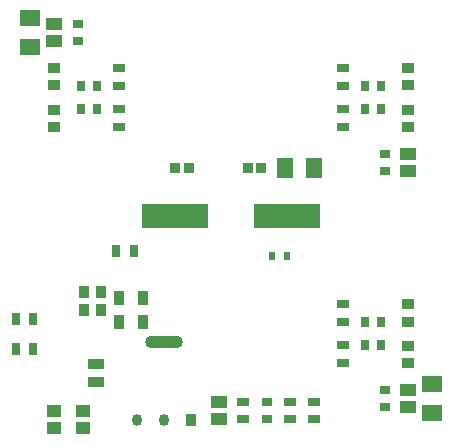
<source format=gbp>
G04*
G04 #@! TF.GenerationSoftware,Altium Limited,Altium Designer,21.0.9 (235)*
G04*
G04 Layer_Color=128*
%FSLAX25Y25*%
%MOIN*%
G70*
G04*
G04 #@! TF.SameCoordinates,0779874B-5586-4D04-955F-C3DAA35446A4*
G04*
G04*
G04 #@! TF.FilePolarity,Positive*
G04*
G01*
G75*
%ADD19R,0.03937X0.03150*%
%ADD24R,0.03150X0.03740*%
%ADD50R,0.03740X0.04134*%
%ADD51R,0.03347X0.03347*%
%ADD52R,0.05315X0.03740*%
%ADD53R,0.03150X0.03937*%
%ADD54R,0.02362X0.03150*%
%ADD55R,0.03765X0.04749*%
%ADD56R,0.07103X0.05328*%
%ADD57R,0.05315X0.04331*%
%ADD58R,0.03543X0.03150*%
%ADD59R,0.04134X0.03740*%
%ADD60R,0.05328X0.07103*%
%ADD61R,0.22047X0.08268*%
%ADD62R,0.05151X0.03960*%
G04:AMPARAMS|DCode=63|XSize=39.54mil|YSize=125.28mil|CornerRadius=17.2mil|HoleSize=0mil|Usage=FLASHONLY|Rotation=90.000|XOffset=0mil|YOffset=0mil|HoleType=Round|Shape=RoundedRectangle|*
%AMROUNDEDRECTD63*
21,1,0.03954,0.09088,0,0,90.0*
21,1,0.00514,0.12528,0,0,90.0*
1,1,0.03440,0.04544,0.00257*
1,1,0.03440,0.04544,-0.00257*
1,1,0.03440,-0.04544,-0.00257*
1,1,0.03440,-0.04544,0.00257*
%
%ADD63ROUNDEDRECTD63*%
G04:AMPARAMS|DCode=64|XSize=39.54mil|YSize=34.34mil|CornerRadius=17.17mil|HoleSize=0mil|Usage=FLASHONLY|Rotation=90.000|XOffset=0mil|YOffset=0mil|HoleType=Round|Shape=RoundedRectangle|*
%AMROUNDEDRECTD64*
21,1,0.03954,0.00000,0,0,90.0*
21,1,0.00520,0.03434,0,0,90.0*
1,1,0.03434,0.00000,0.00260*
1,1,0.03434,0.00000,-0.00260*
1,1,0.03434,0.00000,-0.00260*
1,1,0.03434,0.00000,0.00260*
%
%ADD64ROUNDEDRECTD64*%
%ADD65R,0.03434X0.03954*%
D19*
X98425Y10827D02*
D03*
Y16732D02*
D03*
X106299Y16732D02*
D03*
Y10827D02*
D03*
X41339Y108268D02*
D03*
Y114173D02*
D03*
Y127953D02*
D03*
Y122047D02*
D03*
X116142Y35433D02*
D03*
Y29528D02*
D03*
X116142Y43307D02*
D03*
Y49213D02*
D03*
Y122047D02*
D03*
Y127953D02*
D03*
Y114173D02*
D03*
Y108268D02*
D03*
X82677Y16732D02*
D03*
Y10827D02*
D03*
D24*
X34154Y122047D02*
D03*
X28839D02*
D03*
X34154Y114173D02*
D03*
X28839D02*
D03*
X128642Y35433D02*
D03*
X123327D02*
D03*
X128642Y43307D02*
D03*
X123327D02*
D03*
X128642Y122047D02*
D03*
X123327D02*
D03*
X128642Y114173D02*
D03*
X123327D02*
D03*
D50*
X35531Y53150D02*
D03*
X29823D02*
D03*
X35531Y47244D02*
D03*
X29823D02*
D03*
D51*
X84350Y94488D02*
D03*
X88878D02*
D03*
X64567D02*
D03*
X60039D02*
D03*
D52*
X33661Y29134D02*
D03*
Y23228D02*
D03*
D53*
X12795Y44390D02*
D03*
X6890D02*
D03*
X12795Y34350D02*
D03*
X6890D02*
D03*
X46260Y66929D02*
D03*
X40354D02*
D03*
D54*
X92323Y65236D02*
D03*
X97441D02*
D03*
D55*
X49311Y51181D02*
D03*
X41240D02*
D03*
X49311Y43307D02*
D03*
X41240D02*
D03*
D56*
X11811Y134939D02*
D03*
Y144588D02*
D03*
X145669Y22541D02*
D03*
Y12892D02*
D03*
D57*
X19685Y142520D02*
D03*
Y137008D02*
D03*
X137795Y93701D02*
D03*
Y99213D02*
D03*
Y14961D02*
D03*
Y20472D02*
D03*
X74803Y11024D02*
D03*
Y16535D02*
D03*
D58*
X27559Y136811D02*
D03*
Y142717D02*
D03*
X129921Y99410D02*
D03*
Y93504D02*
D03*
X129921Y20669D02*
D03*
Y14764D02*
D03*
X90551Y10827D02*
D03*
Y16732D02*
D03*
D59*
X19685Y114075D02*
D03*
Y108366D02*
D03*
Y122146D02*
D03*
Y127854D02*
D03*
X137795Y29626D02*
D03*
Y35335D02*
D03*
Y49114D02*
D03*
Y43406D02*
D03*
Y127854D02*
D03*
Y122146D02*
D03*
Y108366D02*
D03*
Y114075D02*
D03*
D60*
X106399Y94488D02*
D03*
X96750D02*
D03*
D61*
X97441Y78740D02*
D03*
X60039D02*
D03*
D62*
X29528Y7771D02*
D03*
Y13489D02*
D03*
X19685Y7771D02*
D03*
Y13489D02*
D03*
D63*
X56398Y36595D02*
D03*
D64*
X47382Y10650D02*
D03*
X56398D02*
D03*
D65*
X65413D02*
D03*
M02*

</source>
